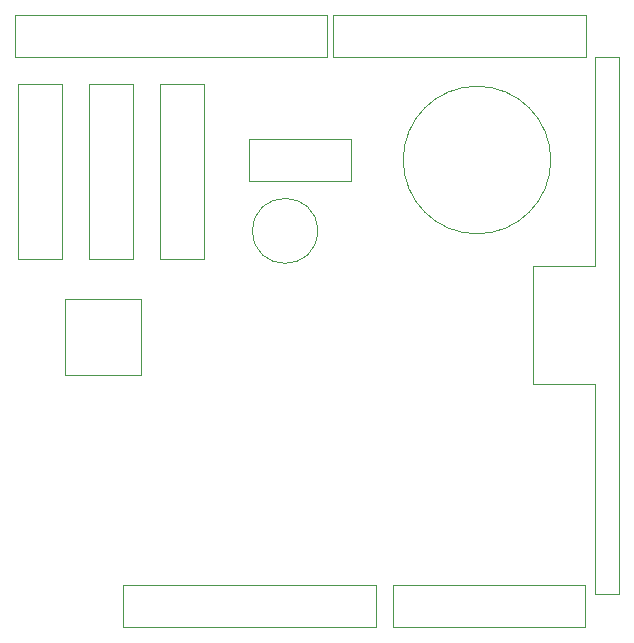
<source format=gbr>
%TF.GenerationSoftware,KiCad,Pcbnew,9.0.0*%
%TF.CreationDate,2025-03-04T02:14:33-07:00*%
%TF.ProjectId,bubble_detector_v2.1,62756262-6c65-45f6-9465-746563746f72,2.1*%
%TF.SameCoordinates,Original*%
%TF.FileFunction,Other,User*%
%FSLAX46Y46*%
G04 Gerber Fmt 4.6, Leading zero omitted, Abs format (unit mm)*
G04 Created by KiCad (PCBNEW 9.0.0) date 2025-03-04 02:14:33*
%MOMM*%
%LPD*%
G01*
G04 APERTURE LIST*
%ADD10C,0.050000*%
G04 APERTURE END LIST*
D10*
%TO.C,J1*%
X132410000Y-99570000D02*
X111060000Y-99570000D01*
X132410000Y-96020000D02*
X132410000Y-99570000D01*
X111060000Y-99570000D02*
X111060000Y-96020000D01*
X111060000Y-96020000D02*
X132410000Y-96020000D01*
%TO.C,J3*%
X150170000Y-99570000D02*
X133920000Y-99570000D01*
X150170000Y-96020000D02*
X150170000Y-99570000D01*
X133920000Y-99570000D02*
X133920000Y-96020000D01*
X133920000Y-96020000D02*
X150170000Y-96020000D01*
%TO.C,R3*%
X117850000Y-68400000D02*
X117850000Y-53600000D01*
X117850000Y-53600000D02*
X114150000Y-53600000D01*
X114150000Y-68400000D02*
X117850000Y-68400000D01*
X114150000Y-53600000D02*
X114150000Y-68400000D01*
%TO.C,C1*%
X127500000Y-66000000D02*
G75*
G02*
X122000000Y-66000000I-2750000J0D01*
G01*
X122000000Y-66000000D02*
G75*
G02*
X127500000Y-66000000I2750000J0D01*
G01*
%TO.C,LS1*%
X147250000Y-60000000D02*
G75*
G02*
X134750000Y-60000000I-6250000J0D01*
G01*
X134750000Y-60000000D02*
G75*
G02*
X147250000Y-60000000I6250000J0D01*
G01*
%TO.C,D1*%
X112580000Y-78210000D02*
X112580000Y-71790000D01*
X112580000Y-71790000D02*
X106150000Y-71790000D01*
X106150000Y-78210000D02*
X112580000Y-78210000D01*
X106150000Y-71790000D02*
X106150000Y-78210000D01*
%TO.C,J2*%
X128316000Y-51310000D02*
X101916000Y-51310000D01*
X128316000Y-47760000D02*
X128316000Y-51310000D01*
X101916000Y-51310000D02*
X101916000Y-47760000D01*
X101916000Y-47760000D02*
X128316000Y-47760000D01*
%TO.C,J4*%
X150190000Y-51310000D02*
X128840000Y-51310000D01*
X150190000Y-47760000D02*
X150190000Y-51310000D01*
X128840000Y-51310000D02*
X128840000Y-47760000D01*
X128840000Y-47760000D02*
X150190000Y-47760000D01*
%TO.C,R2*%
X111850000Y-68400000D02*
X111850000Y-53600000D01*
X111850000Y-53600000D02*
X108150000Y-53600000D01*
X108150000Y-68400000D02*
X111850000Y-68400000D01*
X108150000Y-53600000D02*
X108150000Y-68400000D01*
%TO.C,R1*%
X105850000Y-68400000D02*
X105850000Y-53600000D01*
X105850000Y-53600000D02*
X102150000Y-53600000D01*
X102150000Y-68400000D02*
X105850000Y-68400000D01*
X102150000Y-53600000D02*
X102150000Y-68400000D01*
%TO.C,M1*%
X130340000Y-61800000D02*
X130340000Y-58200000D01*
X130340000Y-58200000D02*
X121690000Y-58200000D01*
X121690000Y-61800000D02*
X130340000Y-61800000D01*
X121690000Y-58200000D02*
X121690000Y-61800000D01*
%TO.C,U1*%
X153000000Y-96750000D02*
X153000000Y-51250000D01*
X153000000Y-51250000D02*
X151000000Y-51250000D01*
X151000000Y-96750000D02*
X153000000Y-96750000D01*
X151000000Y-79000000D02*
X151000000Y-96750000D01*
X151000000Y-69000000D02*
X145750000Y-69000000D01*
X151000000Y-51250000D02*
X151000000Y-69000000D01*
X145750000Y-79000000D02*
X151000000Y-79000000D01*
X145750000Y-69000000D02*
X145750000Y-79000000D01*
%TD*%
M02*

</source>
